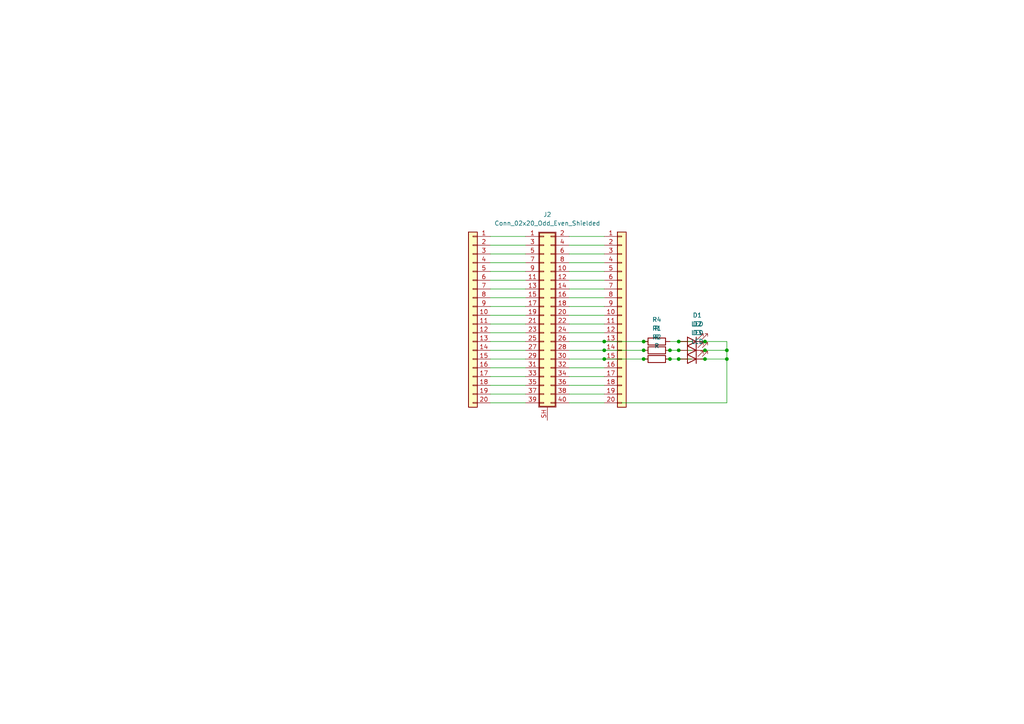
<source format=kicad_sch>
(kicad_sch (version 20230121) (generator eeschema)

  (uuid b0ae6fc7-ecb6-41bc-9685-f8f6fff6a52c)

  (paper "A4")

  (lib_symbols
    (symbol "Connector_Generic:Conn_01x20" (pin_names (offset 1.016) hide) (in_bom yes) (on_board yes)
      (property "Reference" "J" (at 0 25.4 0)
        (effects (font (size 1.27 1.27)))
      )
      (property "Value" "Conn_01x20" (at 0 -27.94 0)
        (effects (font (size 1.27 1.27)))
      )
      (property "Footprint" "" (at 0 0 0)
        (effects (font (size 1.27 1.27)) hide)
      )
      (property "Datasheet" "~" (at 0 0 0)
        (effects (font (size 1.27 1.27)) hide)
      )
      (property "ki_keywords" "connector" (at 0 0 0)
        (effects (font (size 1.27 1.27)) hide)
      )
      (property "ki_description" "Generic connector, single row, 01x20, script generated (kicad-library-utils/schlib/autogen/connector/)" (at 0 0 0)
        (effects (font (size 1.27 1.27)) hide)
      )
      (property "ki_fp_filters" "Connector*:*_1x??_*" (at 0 0 0)
        (effects (font (size 1.27 1.27)) hide)
      )
      (symbol "Conn_01x20_1_1"
        (rectangle (start -1.27 -25.273) (end 0 -25.527)
          (stroke (width 0.1524) (type default))
          (fill (type none))
        )
        (rectangle (start -1.27 -22.733) (end 0 -22.987)
          (stroke (width 0.1524) (type default))
          (fill (type none))
        )
        (rectangle (start -1.27 -20.193) (end 0 -20.447)
          (stroke (width 0.1524) (type default))
          (fill (type none))
        )
        (rectangle (start -1.27 -17.653) (end 0 -17.907)
          (stroke (width 0.1524) (type default))
          (fill (type none))
        )
        (rectangle (start -1.27 -15.113) (end 0 -15.367)
          (stroke (width 0.1524) (type default))
          (fill (type none))
        )
        (rectangle (start -1.27 -12.573) (end 0 -12.827)
          (stroke (width 0.1524) (type default))
          (fill (type none))
        )
        (rectangle (start -1.27 -10.033) (end 0 -10.287)
          (stroke (width 0.1524) (type default))
          (fill (type none))
        )
        (rectangle (start -1.27 -7.493) (end 0 -7.747)
          (stroke (width 0.1524) (type default))
          (fill (type none))
        )
        (rectangle (start -1.27 -4.953) (end 0 -5.207)
          (stroke (width 0.1524) (type default))
          (fill (type none))
        )
        (rectangle (start -1.27 -2.413) (end 0 -2.667)
          (stroke (width 0.1524) (type default))
          (fill (type none))
        )
        (rectangle (start -1.27 0.127) (end 0 -0.127)
          (stroke (width 0.1524) (type default))
          (fill (type none))
        )
        (rectangle (start -1.27 2.667) (end 0 2.413)
          (stroke (width 0.1524) (type default))
          (fill (type none))
        )
        (rectangle (start -1.27 5.207) (end 0 4.953)
          (stroke (width 0.1524) (type default))
          (fill (type none))
        )
        (rectangle (start -1.27 7.747) (end 0 7.493)
          (stroke (width 0.1524) (type default))
          (fill (type none))
        )
        (rectangle (start -1.27 10.287) (end 0 10.033)
          (stroke (width 0.1524) (type default))
          (fill (type none))
        )
        (rectangle (start -1.27 12.827) (end 0 12.573)
          (stroke (width 0.1524) (type default))
          (fill (type none))
        )
        (rectangle (start -1.27 15.367) (end 0 15.113)
          (stroke (width 0.1524) (type default))
          (fill (type none))
        )
        (rectangle (start -1.27 17.907) (end 0 17.653)
          (stroke (width 0.1524) (type default))
          (fill (type none))
        )
        (rectangle (start -1.27 20.447) (end 0 20.193)
          (stroke (width 0.1524) (type default))
          (fill (type none))
        )
        (rectangle (start -1.27 22.987) (end 0 22.733)
          (stroke (width 0.1524) (type default))
          (fill (type none))
        )
        (rectangle (start -1.27 24.13) (end 1.27 -26.67)
          (stroke (width 0.254) (type default))
          (fill (type background))
        )
        (pin passive line (at -5.08 22.86 0) (length 3.81)
          (name "Pin_1" (effects (font (size 1.27 1.27))))
          (number "1" (effects (font (size 1.27 1.27))))
        )
        (pin passive line (at -5.08 0 0) (length 3.81)
          (name "Pin_10" (effects (font (size 1.27 1.27))))
          (number "10" (effects (font (size 1.27 1.27))))
        )
        (pin passive line (at -5.08 -2.54 0) (length 3.81)
          (name "Pin_11" (effects (font (size 1.27 1.27))))
          (number "11" (effects (font (size 1.27 1.27))))
        )
        (pin passive line (at -5.08 -5.08 0) (length 3.81)
          (name "Pin_12" (effects (font (size 1.27 1.27))))
          (number "12" (effects (font (size 1.27 1.27))))
        )
        (pin passive line (at -5.08 -7.62 0) (length 3.81)
          (name "Pin_13" (effects (font (size 1.27 1.27))))
          (number "13" (effects (font (size 1.27 1.27))))
        )
        (pin passive line (at -5.08 -10.16 0) (length 3.81)
          (name "Pin_14" (effects (font (size 1.27 1.27))))
          (number "14" (effects (font (size 1.27 1.27))))
        )
        (pin passive line (at -5.08 -12.7 0) (length 3.81)
          (name "Pin_15" (effects (font (size 1.27 1.27))))
          (number "15" (effects (font (size 1.27 1.27))))
        )
        (pin passive line (at -5.08 -15.24 0) (length 3.81)
          (name "Pin_16" (effects (font (size 1.27 1.27))))
          (number "16" (effects (font (size 1.27 1.27))))
        )
        (pin passive line (at -5.08 -17.78 0) (length 3.81)
          (name "Pin_17" (effects (font (size 1.27 1.27))))
          (number "17" (effects (font (size 1.27 1.27))))
        )
        (pin passive line (at -5.08 -20.32 0) (length 3.81)
          (name "Pin_18" (effects (font (size 1.27 1.27))))
          (number "18" (effects (font (size 1.27 1.27))))
        )
        (pin passive line (at -5.08 -22.86 0) (length 3.81)
          (name "Pin_19" (effects (font (size 1.27 1.27))))
          (number "19" (effects (font (size 1.27 1.27))))
        )
        (pin passive line (at -5.08 20.32 0) (length 3.81)
          (name "Pin_2" (effects (font (size 1.27 1.27))))
          (number "2" (effects (font (size 1.27 1.27))))
        )
        (pin passive line (at -5.08 -25.4 0) (length 3.81)
          (name "Pin_20" (effects (font (size 1.27 1.27))))
          (number "20" (effects (font (size 1.27 1.27))))
        )
        (pin passive line (at -5.08 17.78 0) (length 3.81)
          (name "Pin_3" (effects (font (size 1.27 1.27))))
          (number "3" (effects (font (size 1.27 1.27))))
        )
        (pin passive line (at -5.08 15.24 0) (length 3.81)
          (name "Pin_4" (effects (font (size 1.27 1.27))))
          (number "4" (effects (font (size 1.27 1.27))))
        )
        (pin passive line (at -5.08 12.7 0) (length 3.81)
          (name "Pin_5" (effects (font (size 1.27 1.27))))
          (number "5" (effects (font (size 1.27 1.27))))
        )
        (pin passive line (at -5.08 10.16 0) (length 3.81)
          (name "Pin_6" (effects (font (size 1.27 1.27))))
          (number "6" (effects (font (size 1.27 1.27))))
        )
        (pin passive line (at -5.08 7.62 0) (length 3.81)
          (name "Pin_7" (effects (font (size 1.27 1.27))))
          (number "7" (effects (font (size 1.27 1.27))))
        )
        (pin passive line (at -5.08 5.08 0) (length 3.81)
          (name "Pin_8" (effects (font (size 1.27 1.27))))
          (number "8" (effects (font (size 1.27 1.27))))
        )
        (pin passive line (at -5.08 2.54 0) (length 3.81)
          (name "Pin_9" (effects (font (size 1.27 1.27))))
          (number "9" (effects (font (size 1.27 1.27))))
        )
      )
    )
    (symbol "Connector_Generic_Shielded:Conn_02x20_Odd_Even_Shielded" (pin_names (offset 1.016) hide) (in_bom yes) (on_board yes)
      (property "Reference" "J" (at 1.524 25.146 0)
        (effects (font (size 1.27 1.27)))
      )
      (property "Value" "Conn_02x20_Odd_Even_Shielded" (at 2.286 -27.686 0)
        (effects (font (size 1.27 1.27)) (justify left))
      )
      (property "Footprint" "" (at 0 0 0)
        (effects (font (size 1.27 1.27)) hide)
      )
      (property "Datasheet" "~" (at 0 0 0)
        (effects (font (size 1.27 1.27)) hide)
      )
      (property "ki_keywords" "connector" (at 0 0 0)
        (effects (font (size 1.27 1.27)) hide)
      )
      (property "ki_description" "Generic shielded connector, double row, 02x20, odd/even pin numbering scheme (row 1 odd numbers, row 2 even numbers), script generated (kicad-library-utils/schlib/autogen/connector/)" (at 0 0 0)
        (effects (font (size 1.27 1.27)) hide)
      )
      (property "ki_fp_filters" "Connector*:*_2x??-1SH*" (at 0 0 0)
        (effects (font (size 1.27 1.27)) hide)
      )
      (symbol "Conn_02x20_Odd_Even_Shielded_1_1"
        (rectangle (start -1.27 24.13) (end 3.81 -26.67)
          (stroke (width 0.1524) (type default))
          (fill (type none))
        )
        (rectangle (start -1.016 -25.273) (end 0.254 -25.527)
          (stroke (width 0.1524) (type default))
          (fill (type none))
        )
        (rectangle (start -1.016 -22.733) (end 0.254 -22.987)
          (stroke (width 0.1524) (type default))
          (fill (type none))
        )
        (rectangle (start -1.016 -20.193) (end 0.254 -20.447)
          (stroke (width 0.1524) (type default))
          (fill (type none))
        )
        (rectangle (start -1.016 -17.653) (end 0.254 -17.907)
          (stroke (width 0.1524) (type default))
          (fill (type none))
        )
        (rectangle (start -1.016 -15.113) (end 0.254 -15.367)
          (stroke (width 0.1524) (type default))
          (fill (type none))
        )
        (rectangle (start -1.016 -12.573) (end 0.254 -12.827)
          (stroke (width 0.1524) (type default))
          (fill (type none))
        )
        (rectangle (start -1.016 -10.033) (end 0.254 -10.287)
          (stroke (width 0.1524) (type default))
          (fill (type none))
        )
        (rectangle (start -1.016 -7.493) (end 0.254 -7.747)
          (stroke (width 0.1524) (type default))
          (fill (type none))
        )
        (rectangle (start -1.016 -4.953) (end 0.254 -5.207)
          (stroke (width 0.1524) (type default))
          (fill (type none))
        )
        (rectangle (start -1.016 -2.413) (end 0.254 -2.667)
          (stroke (width 0.1524) (type default))
          (fill (type none))
        )
        (rectangle (start -1.016 0.127) (end 0.254 -0.127)
          (stroke (width 0.1524) (type default))
          (fill (type none))
        )
        (rectangle (start -1.016 2.667) (end 0.254 2.413)
          (stroke (width 0.1524) (type default))
          (fill (type none))
        )
        (rectangle (start -1.016 5.207) (end 0.254 4.953)
          (stroke (width 0.1524) (type default))
          (fill (type none))
        )
        (rectangle (start -1.016 7.747) (end 0.254 7.493)
          (stroke (width 0.1524) (type default))
          (fill (type none))
        )
        (rectangle (start -1.016 10.287) (end 0.254 10.033)
          (stroke (width 0.1524) (type default))
          (fill (type none))
        )
        (rectangle (start -1.016 12.827) (end 0.254 12.573)
          (stroke (width 0.1524) (type default))
          (fill (type none))
        )
        (rectangle (start -1.016 15.367) (end 0.254 15.113)
          (stroke (width 0.1524) (type default))
          (fill (type none))
        )
        (rectangle (start -1.016 17.907) (end 0.254 17.653)
          (stroke (width 0.1524) (type default))
          (fill (type none))
        )
        (rectangle (start -1.016 20.447) (end 0.254 20.193)
          (stroke (width 0.1524) (type default))
          (fill (type none))
        )
        (rectangle (start -1.016 22.987) (end 0.254 22.733)
          (stroke (width 0.1524) (type default))
          (fill (type none))
        )
        (rectangle (start -1.016 23.876) (end 3.556 -26.416)
          (stroke (width 0.254) (type default))
          (fill (type background))
        )
        (rectangle (start 3.556 -25.273) (end 2.286 -25.527)
          (stroke (width 0.1524) (type default))
          (fill (type none))
        )
        (rectangle (start 3.556 -22.733) (end 2.286 -22.987)
          (stroke (width 0.1524) (type default))
          (fill (type none))
        )
        (rectangle (start 3.556 -20.193) (end 2.286 -20.447)
          (stroke (width 0.1524) (type default))
          (fill (type none))
        )
        (rectangle (start 3.556 -17.653) (end 2.286 -17.907)
          (stroke (width 0.1524) (type default))
          (fill (type none))
        )
        (rectangle (start 3.556 -15.113) (end 2.286 -15.367)
          (stroke (width 0.1524) (type default))
          (fill (type none))
        )
        (rectangle (start 3.556 -12.573) (end 2.286 -12.827)
          (stroke (width 0.1524) (type default))
          (fill (type none))
        )
        (rectangle (start 3.556 -10.033) (end 2.286 -10.287)
          (stroke (width 0.1524) (type default))
          (fill (type none))
        )
        (rectangle (start 3.556 -7.493) (end 2.286 -7.747)
          (stroke (width 0.1524) (type default))
          (fill (type none))
        )
        (rectangle (start 3.556 -4.953) (end 2.286 -5.207)
          (stroke (width 0.1524) (type default))
          (fill (type none))
        )
        (rectangle (start 3.556 -2.413) (end 2.286 -2.667)
          (stroke (width 0.1524) (type default))
          (fill (type none))
        )
        (rectangle (start 3.556 0.127) (end 2.286 -0.127)
          (stroke (width 0.1524) (type default))
          (fill (type none))
        )
        (rectangle (start 3.556 2.667) (end 2.286 2.413)
          (stroke (width 0.1524) (type default))
          (fill (type none))
        )
        (rectangle (start 3.556 5.207) (end 2.286 4.953)
          (stroke (width 0.1524) (type default))
          (fill (type none))
        )
        (rectangle (start 3.556 7.747) (end 2.286 7.493)
          (stroke (width 0.1524) (type default))
          (fill (type none))
        )
        (rectangle (start 3.556 10.287) (end 2.286 10.033)
          (stroke (width 0.1524) (type default))
          (fill (type none))
        )
        (rectangle (start 3.556 12.827) (end 2.286 12.573)
          (stroke (width 0.1524) (type default))
          (fill (type none))
        )
        (rectangle (start 3.556 15.367) (end 2.286 15.113)
          (stroke (width 0.1524) (type default))
          (fill (type none))
        )
        (rectangle (start 3.556 17.907) (end 2.286 17.653)
          (stroke (width 0.1524) (type default))
          (fill (type none))
        )
        (rectangle (start 3.556 20.447) (end 2.286 20.193)
          (stroke (width 0.1524) (type default))
          (fill (type none))
        )
        (rectangle (start 3.556 22.987) (end 2.286 22.733)
          (stroke (width 0.1524) (type default))
          (fill (type none))
        )
        (pin passive line (at -5.08 22.86 0) (length 4.064)
          (name "Pin_1" (effects (font (size 1.27 1.27))))
          (number "1" (effects (font (size 1.27 1.27))))
        )
        (pin passive line (at 7.62 12.7 180) (length 4.064)
          (name "Pin_10" (effects (font (size 1.27 1.27))))
          (number "10" (effects (font (size 1.27 1.27))))
        )
        (pin passive line (at -5.08 10.16 0) (length 4.064)
          (name "Pin_11" (effects (font (size 1.27 1.27))))
          (number "11" (effects (font (size 1.27 1.27))))
        )
        (pin passive line (at 7.62 10.16 180) (length 4.064)
          (name "Pin_12" (effects (font (size 1.27 1.27))))
          (number "12" (effects (font (size 1.27 1.27))))
        )
        (pin passive line (at -5.08 7.62 0) (length 4.064)
          (name "Pin_13" (effects (font (size 1.27 1.27))))
          (number "13" (effects (font (size 1.27 1.27))))
        )
        (pin passive line (at 7.62 7.62 180) (length 4.064)
          (name "Pin_14" (effects (font (size 1.27 1.27))))
          (number "14" (effects (font (size 1.27 1.27))))
        )
        (pin passive line (at -5.08 5.08 0) (length 4.064)
          (name "Pin_15" (effects (font (size 1.27 1.27))))
          (number "15" (effects (font (size 1.27 1.27))))
        )
        (pin passive line (at 7.62 5.08 180) (length 4.064)
          (name "Pin_16" (effects (font (size 1.27 1.27))))
          (number "16" (effects (font (size 1.27 1.27))))
        )
        (pin passive line (at -5.08 2.54 0) (length 4.064)
          (name "Pin_17" (effects (font (size 1.27 1.27))))
          (number "17" (effects (font (size 1.27 1.27))))
        )
        (pin passive line (at 7.62 2.54 180) (length 4.064)
          (name "Pin_18" (effects (font (size 1.27 1.27))))
          (number "18" (effects (font (size 1.27 1.27))))
        )
        (pin passive line (at -5.08 0 0) (length 4.064)
          (name "Pin_19" (effects (font (size 1.27 1.27))))
          (number "19" (effects (font (size 1.27 1.27))))
        )
        (pin passive line (at 7.62 22.86 180) (length 4.064)
          (name "Pin_2" (effects (font (size 1.27 1.27))))
          (number "2" (effects (font (size 1.27 1.27))))
        )
        (pin passive line (at 7.62 0 180) (length 4.064)
          (name "Pin_20" (effects (font (size 1.27 1.27))))
          (number "20" (effects (font (size 1.27 1.27))))
        )
        (pin passive line (at -5.08 -2.54 0) (length 4.064)
          (name "Pin_21" (effects (font (size 1.27 1.27))))
          (number "21" (effects (font (size 1.27 1.27))))
        )
        (pin passive line (at 7.62 -2.54 180) (length 4.064)
          (name "Pin_22" (effects (font (size 1.27 1.27))))
          (number "22" (effects (font (size 1.27 1.27))))
        )
        (pin passive line (at -5.08 -5.08 0) (length 4.064)
          (name "Pin_23" (effects (font (size 1.27 1.27))))
          (number "23" (effects (font (size 1.27 1.27))))
        )
        (pin passive line (at 7.62 -5.08 180) (length 4.064)
          (name "Pin_24" (effects (font (size 1.27 1.27))))
          (number "24" (effects (font (size 1.27 1.27))))
        )
        (pin passive line (at -5.08 -7.62 0) (length 4.064)
          (name "Pin_25" (effects (font (size 1.27 1.27))))
          (number "25" (effects (font (size 1.27 1.27))))
        )
        (pin passive line (at 7.62 -7.62 180) (length 4.064)
          (name "Pin_26" (effects (font (size 1.27 1.27))))
          (number "26" (effects (font (size 1.27 1.27))))
        )
        (pin passive line (at -5.08 -10.16 0) (length 4.064)
          (name "Pin_27" (effects (font (size 1.27 1.27))))
          (number "27" (effects (font (size 1.27 1.27))))
        )
        (pin passive line (at 7.62 -10.16 180) (length 4.064)
          (name "Pin_28" (effects (font (size 1.27 1.27))))
          (number "28" (effects (font (size 1.27 1.27))))
        )
        (pin passive line (at -5.08 -12.7 0) (length 4.064)
          (name "Pin_29" (effects (font (size 1.27 1.27))))
          (number "29" (effects (font (size 1.27 1.27))))
        )
        (pin passive line (at -5.08 20.32 0) (length 4.064)
          (name "Pin_3" (effects (font (size 1.27 1.27))))
          (number "3" (effects (font (size 1.27 1.27))))
        )
        (pin passive line (at 7.62 -12.7 180) (length 4.064)
          (name "Pin_30" (effects (font (size 1.27 1.27))))
          (number "30" (effects (font (size 1.27 1.27))))
        )
        (pin passive line (at -5.08 -15.24 0) (length 4.064)
          (name "Pin_31" (effects (font (size 1.27 1.27))))
          (number "31" (effects (font (size 1.27 1.27))))
        )
        (pin passive line (at 7.62 -15.24 180) (length 4.064)
          (name "Pin_32" (effects (font (size 1.27 1.27))))
          (number "32" (effects (font (size 1.27 1.27))))
        )
        (pin passive line (at -5.08 -17.78 0) (length 4.064)
          (name "Pin_33" (effects (font (size 1.27 1.27))))
          (number "33" (effects (font (size 1.27 1.27))))
        )
        (pin passive line (at 7.62 -17.78 180) (length 4.064)
          (name "Pin_34" (effects (font (size 1.27 1.27))))
          (number "34" (effects (font (size 1.27 1.27))))
        )
        (pin passive line (at -5.08 -20.32 0) (length 4.064)
          (name "Pin_35" (effects (font (size 1.27 1.27))))
          (number "35" (effects (font (size 1.27 1.27))))
        )
        (pin passive line (at 7.62 -20.32 180) (length 4.064)
          (name "Pin_36" (effects (font (size 1.27 1.27))))
          (number "36" (effects (font (size 1.27 1.27))))
        )
        (pin passive line (at -5.08 -22.86 0) (length 4.064)
          (name "Pin_37" (effects (font (size 1.27 1.27))))
          (number "37" (effects (font (size 1.27 1.27))))
        )
        (pin passive line (at 7.62 -22.86 180) (length 4.064)
          (name "Pin_38" (effects (font (size 1.27 1.27))))
          (number "38" (effects (font (size 1.27 1.27))))
        )
        (pin passive line (at -5.08 -25.4 0) (length 4.064)
          (name "Pin_39" (effects (font (size 1.27 1.27))))
          (number "39" (effects (font (size 1.27 1.27))))
        )
        (pin passive line (at 7.62 20.32 180) (length 4.064)
          (name "Pin_4" (effects (font (size 1.27 1.27))))
          (number "4" (effects (font (size 1.27 1.27))))
        )
        (pin passive line (at 7.62 -25.4 180) (length 4.064)
          (name "Pin_40" (effects (font (size 1.27 1.27))))
          (number "40" (effects (font (size 1.27 1.27))))
        )
        (pin passive line (at -5.08 17.78 0) (length 4.064)
          (name "Pin_5" (effects (font (size 1.27 1.27))))
          (number "5" (effects (font (size 1.27 1.27))))
        )
        (pin passive line (at 7.62 17.78 180) (length 4.064)
          (name "Pin_6" (effects (font (size 1.27 1.27))))
          (number "6" (effects (font (size 1.27 1.27))))
        )
        (pin passive line (at -5.08 15.24 0) (length 4.064)
          (name "Pin_7" (effects (font (size 1.27 1.27))))
          (number "7" (effects (font (size 1.27 1.27))))
        )
        (pin passive line (at 7.62 15.24 180) (length 4.064)
          (name "Pin_8" (effects (font (size 1.27 1.27))))
          (number "8" (effects (font (size 1.27 1.27))))
        )
        (pin passive line (at -5.08 12.7 0) (length 4.064)
          (name "Pin_9" (effects (font (size 1.27 1.27))))
          (number "9" (effects (font (size 1.27 1.27))))
        )
        (pin passive line (at 1.27 -30.48 90) (length 3.81)
          (name "Shield" (effects (font (size 1.27 1.27))))
          (number "SH" (effects (font (size 1.27 1.27))))
        )
      )
    )
    (symbol "Device:LED" (pin_numbers hide) (pin_names (offset 1.016) hide) (in_bom yes) (on_board yes)
      (property "Reference" "D" (at 0 2.54 0)
        (effects (font (size 1.27 1.27)))
      )
      (property "Value" "LED" (at 0 -2.54 0)
        (effects (font (size 1.27 1.27)))
      )
      (property "Footprint" "" (at 0 0 0)
        (effects (font (size 1.27 1.27)) hide)
      )
      (property "Datasheet" "~" (at 0 0 0)
        (effects (font (size 1.27 1.27)) hide)
      )
      (property "ki_keywords" "LED diode" (at 0 0 0)
        (effects (font (size 1.27 1.27)) hide)
      )
      (property "ki_description" "Light emitting diode" (at 0 0 0)
        (effects (font (size 1.27 1.27)) hide)
      )
      (property "ki_fp_filters" "LED* LED_SMD:* LED_THT:*" (at 0 0 0)
        (effects (font (size 1.27 1.27)) hide)
      )
      (symbol "LED_0_1"
        (polyline
          (pts
            (xy -1.27 -1.27)
            (xy -1.27 1.27)
          )
          (stroke (width 0.254) (type default))
          (fill (type none))
        )
        (polyline
          (pts
            (xy -1.27 0)
            (xy 1.27 0)
          )
          (stroke (width 0) (type default))
          (fill (type none))
        )
        (polyline
          (pts
            (xy 1.27 -1.27)
            (xy 1.27 1.27)
            (xy -1.27 0)
            (xy 1.27 -1.27)
          )
          (stroke (width 0.254) (type default))
          (fill (type none))
        )
        (polyline
          (pts
            (xy -3.048 -0.762)
            (xy -4.572 -2.286)
            (xy -3.81 -2.286)
            (xy -4.572 -2.286)
            (xy -4.572 -1.524)
          )
          (stroke (width 0) (type default))
          (fill (type none))
        )
        (polyline
          (pts
            (xy -1.778 -0.762)
            (xy -3.302 -2.286)
            (xy -2.54 -2.286)
            (xy -3.302 -2.286)
            (xy -3.302 -1.524)
          )
          (stroke (width 0) (type default))
          (fill (type none))
        )
      )
      (symbol "LED_1_1"
        (pin passive line (at -3.81 0 0) (length 2.54)
          (name "K" (effects (font (size 1.27 1.27))))
          (number "1" (effects (font (size 1.27 1.27))))
        )
        (pin passive line (at 3.81 0 180) (length 2.54)
          (name "A" (effects (font (size 1.27 1.27))))
          (number "2" (effects (font (size 1.27 1.27))))
        )
      )
    )
    (symbol "Device:R" (pin_numbers hide) (pin_names (offset 0)) (in_bom yes) (on_board yes)
      (property "Reference" "R" (at 2.032 0 90)
        (effects (font (size 1.27 1.27)))
      )
      (property "Value" "R" (at 0 0 90)
        (effects (font (size 1.27 1.27)))
      )
      (property "Footprint" "" (at -1.778 0 90)
        (effects (font (size 1.27 1.27)) hide)
      )
      (property "Datasheet" "~" (at 0 0 0)
        (effects (font (size 1.27 1.27)) hide)
      )
      (property "ki_keywords" "R res resistor" (at 0 0 0)
        (effects (font (size 1.27 1.27)) hide)
      )
      (property "ki_description" "Resistor" (at 0 0 0)
        (effects (font (size 1.27 1.27)) hide)
      )
      (property "ki_fp_filters" "R_*" (at 0 0 0)
        (effects (font (size 1.27 1.27)) hide)
      )
      (symbol "R_0_1"
        (rectangle (start -1.016 -2.54) (end 1.016 2.54)
          (stroke (width 0.254) (type default))
          (fill (type none))
        )
      )
      (symbol "R_1_1"
        (pin passive line (at 0 3.81 270) (length 1.27)
          (name "~" (effects (font (size 1.27 1.27))))
          (number "1" (effects (font (size 1.27 1.27))))
        )
        (pin passive line (at 0 -3.81 90) (length 1.27)
          (name "~" (effects (font (size 1.27 1.27))))
          (number "2" (effects (font (size 1.27 1.27))))
        )
      )
    )
  )

  (junction (at 194.31 104.14) (diameter 0) (color 0 0 0 0)
    (uuid 17c8a6fa-e329-4eea-ab0d-b52f392f0682)
  )
  (junction (at 204.47 101.6) (diameter 0) (color 0 0 0 0)
    (uuid 29821817-3390-4e5c-91fe-35016f31fdd1)
  )
  (junction (at 175.26 101.6) (diameter 0) (color 0 0 0 0)
    (uuid 2bbfa3eb-9bf6-4074-ade6-fcc6a31c9724)
  )
  (junction (at 196.85 101.6) (diameter 0) (color 0 0 0 0)
    (uuid 2c1f4a96-ec0a-461c-8c28-3f9e8234897c)
  )
  (junction (at 194.31 101.6) (diameter 0) (color 0 0 0 0)
    (uuid 35e51aa3-de41-417e-a6f6-e19a353f8d70)
  )
  (junction (at 204.47 104.14) (diameter 0) (color 0 0 0 0)
    (uuid 6e8d86ee-09eb-4b56-a14e-34b2e7eaa79e)
  )
  (junction (at 204.47 99.06) (diameter 0) (color 0 0 0 0)
    (uuid 81ab8b2f-4c31-491a-a76a-e0cc0dd3be06)
  )
  (junction (at 175.26 99.06) (diameter 0) (color 0 0 0 0)
    (uuid 906c5fed-9506-4760-813d-492b55c90d22)
  )
  (junction (at 186.69 99.06) (diameter 0) (color 0 0 0 0)
    (uuid 990f2cb6-d252-4c96-80fa-1568a4ce7e5d)
  )
  (junction (at 196.85 99.06) (diameter 0) (color 0 0 0 0)
    (uuid a01c60d0-a9ae-4d9d-a6f6-d92056d38801)
  )
  (junction (at 175.26 104.14) (diameter 0) (color 0 0 0 0)
    (uuid acd123f5-0529-4fb6-a076-e969a7f5777d)
  )
  (junction (at 186.69 101.6) (diameter 0) (color 0 0 0 0)
    (uuid b4e6dba0-3ce7-40ce-a399-63d838ce5bf1)
  )
  (junction (at 196.85 104.14) (diameter 0) (color 0 0 0 0)
    (uuid d7fe6e08-15cd-4afc-b478-47f03c101655)
  )
  (junction (at 210.82 104.14) (diameter 0) (color 0 0 0 0)
    (uuid de470ff6-06d3-4fa3-bd95-1cb5cafa6416)
  )
  (junction (at 210.82 101.6) (diameter 0) (color 0 0 0 0)
    (uuid e2a83243-2a5b-40c2-9455-f96d69759d99)
  )
  (junction (at 186.69 104.14) (diameter 0) (color 0 0 0 0)
    (uuid f8e48317-ec71-4f7a-8651-31126cb4c1b0)
  )

  (wire (pts (xy 142.24 86.36) (xy 152.4 86.36))
    (stroke (width 0) (type default))
    (uuid 0b07cb9c-8f36-4198-92c7-bb08a80c2c88)
  )
  (wire (pts (xy 165.1 109.22) (xy 175.26 109.22))
    (stroke (width 0) (type default))
    (uuid 147fa623-4e91-4ac1-a4cb-85903fb6eb45)
  )
  (wire (pts (xy 165.1 91.44) (xy 175.26 91.44))
    (stroke (width 0) (type default))
    (uuid 1cd5138c-82a8-47e9-b27e-ca1b0d073b4b)
  )
  (wire (pts (xy 142.24 109.22) (xy 152.4 109.22))
    (stroke (width 0) (type default))
    (uuid 1d1ba2a7-c48c-49b6-b414-f4be396decb8)
  )
  (wire (pts (xy 165.1 114.3) (xy 175.26 114.3))
    (stroke (width 0) (type default))
    (uuid 231b8f27-95b2-4164-86d3-62ff0607fabb)
  )
  (wire (pts (xy 142.24 71.12) (xy 152.4 71.12))
    (stroke (width 0) (type default))
    (uuid 24743912-fb1c-4b92-8d2c-461b61cbeb4e)
  )
  (wire (pts (xy 165.1 86.36) (xy 175.26 86.36))
    (stroke (width 0) (type default))
    (uuid 25538d7a-6034-4024-bb87-441f9237cab4)
  )
  (wire (pts (xy 165.1 111.76) (xy 175.26 111.76))
    (stroke (width 0) (type default))
    (uuid 2d68e048-534f-456d-a44e-c6d76c88475f)
  )
  (wire (pts (xy 165.1 81.28) (xy 175.26 81.28))
    (stroke (width 0) (type default))
    (uuid 331d2826-ee48-48b7-9cec-08b10b31bb03)
  )
  (wire (pts (xy 203.2 104.14) (xy 204.47 104.14))
    (stroke (width 0) (type default))
    (uuid 3c654b9d-5996-4415-abc8-8d1169367b61)
  )
  (wire (pts (xy 204.47 104.14) (xy 210.82 104.14))
    (stroke (width 0) (type default))
    (uuid 412ba729-5817-48ce-a5f0-9fb016ea3fa2)
  )
  (wire (pts (xy 142.24 99.06) (xy 152.4 99.06))
    (stroke (width 0) (type default))
    (uuid 43371ac0-4953-4d75-8bd9-6586fb3b6cd4)
  )
  (wire (pts (xy 203.2 101.6) (xy 204.47 101.6))
    (stroke (width 0) (type default))
    (uuid 48447249-57fc-4e50-abc0-cf823330831d)
  )
  (wire (pts (xy 210.82 101.6) (xy 210.82 104.14))
    (stroke (width 0) (type default))
    (uuid 495aacc6-9b22-479f-b50b-73af650f8565)
  )
  (wire (pts (xy 180.34 116.84) (xy 210.82 116.84))
    (stroke (width 0) (type default))
    (uuid 4c8be45a-0f53-4acf-bd99-8e0cf5c36db6)
  )
  (wire (pts (xy 194.31 99.06) (xy 196.85 99.06))
    (stroke (width 0) (type default))
    (uuid 536b3900-d25c-47c9-8a4e-c9af9d9ab33f)
  )
  (wire (pts (xy 194.31 101.6) (xy 196.85 101.6))
    (stroke (width 0) (type default))
    (uuid 59d4e608-de9a-4fa4-a2c7-b789b39bf52f)
  )
  (wire (pts (xy 142.24 81.28) (xy 152.4 81.28))
    (stroke (width 0) (type default))
    (uuid 5ef554c5-46f6-4557-81bc-3f139a0a2a42)
  )
  (wire (pts (xy 204.47 99.06) (xy 210.82 99.06))
    (stroke (width 0) (type default))
    (uuid 6290c0d1-7b78-4f63-824d-0b5c4b44723d)
  )
  (wire (pts (xy 175.26 101.6) (xy 186.69 101.6))
    (stroke (width 0) (type default))
    (uuid 63aa2cb6-cbe0-4fef-bc83-8ff4d55a1d65)
  )
  (wire (pts (xy 165.1 78.74) (xy 175.26 78.74))
    (stroke (width 0) (type default))
    (uuid 65df3062-ee5c-4ed6-90b4-0a59fa655112)
  )
  (wire (pts (xy 196.85 99.06) (xy 200.66 99.06))
    (stroke (width 0) (type default))
    (uuid 66887b4c-9125-4802-b606-72fbf4e69747)
  )
  (wire (pts (xy 165.1 116.84) (xy 175.26 116.84))
    (stroke (width 0) (type default))
    (uuid 6ef53bd4-1cec-4d8f-bf65-c20af08fb17b)
  )
  (wire (pts (xy 165.1 93.98) (xy 175.26 93.98))
    (stroke (width 0) (type default))
    (uuid 70070496-6d74-4566-99d9-f0e62fd71f89)
  )
  (wire (pts (xy 142.24 93.98) (xy 152.4 93.98))
    (stroke (width 0) (type default))
    (uuid 70ad5434-e2f3-4d59-8cc6-ffb7dbdf681f)
  )
  (wire (pts (xy 165.1 68.58) (xy 175.26 68.58))
    (stroke (width 0) (type default))
    (uuid 7140400b-3c94-4444-84d4-93630a839f7c)
  )
  (wire (pts (xy 165.1 101.6) (xy 175.26 101.6))
    (stroke (width 0) (type default))
    (uuid 74853347-7429-43d0-a9c1-c2e84dcd8da3)
  )
  (wire (pts (xy 142.24 68.58) (xy 152.4 68.58))
    (stroke (width 0) (type default))
    (uuid 7e3c9305-16eb-413a-95ca-57b22c7f4f7f)
  )
  (wire (pts (xy 175.26 104.14) (xy 186.69 104.14))
    (stroke (width 0) (type default))
    (uuid 7ee6f45d-5ee7-4d08-bcb0-1a7cfe255ca9)
  )
  (wire (pts (xy 175.26 99.06) (xy 186.69 99.06))
    (stroke (width 0) (type default))
    (uuid 80291484-f565-43e6-a47a-255f05b5a4c5)
  )
  (wire (pts (xy 142.24 91.44) (xy 152.4 91.44))
    (stroke (width 0) (type default))
    (uuid 83d71b42-b07f-45d5-a02a-ee524864cccd)
  )
  (wire (pts (xy 196.85 104.14) (xy 200.66 104.14))
    (stroke (width 0) (type default))
    (uuid 877cc41c-668b-47f7-9678-4dd01a4ab228)
  )
  (wire (pts (xy 165.1 99.06) (xy 175.26 99.06))
    (stroke (width 0) (type default))
    (uuid 892478c4-aaaf-4e40-be7e-1f204490bff3)
  )
  (wire (pts (xy 142.24 76.2) (xy 152.4 76.2))
    (stroke (width 0) (type default))
    (uuid 899df0cf-fbd0-4d0f-bbde-9e12333c6c86)
  )
  (wire (pts (xy 196.85 101.6) (xy 200.66 101.6))
    (stroke (width 0) (type default))
    (uuid 8a49eae6-f7db-41f4-a0c7-cba5ea821259)
  )
  (wire (pts (xy 203.2 99.06) (xy 204.47 99.06))
    (stroke (width 0) (type default))
    (uuid 8d55a4bf-95dd-4f40-b4b0-a95a38af9139)
  )
  (wire (pts (xy 165.1 104.14) (xy 175.26 104.14))
    (stroke (width 0) (type default))
    (uuid 8fbbe37c-b77d-4fa0-a933-0d57799d2074)
  )
  (wire (pts (xy 193.04 104.14) (xy 194.31 104.14))
    (stroke (width 0) (type default))
    (uuid 9076a7e0-2365-4e55-947f-ad4b789eff94)
  )
  (wire (pts (xy 142.24 83.82) (xy 152.4 83.82))
    (stroke (width 0) (type default))
    (uuid 90aa415d-35cb-448c-9b55-bfd94dceac5c)
  )
  (wire (pts (xy 165.1 88.9) (xy 175.26 88.9))
    (stroke (width 0) (type default))
    (uuid 92fbf0e5-26ba-4c36-8bf2-471643892509)
  )
  (wire (pts (xy 142.24 104.14) (xy 152.4 104.14))
    (stroke (width 0) (type default))
    (uuid a29821a3-8700-4905-b8b0-4c8b02262f9e)
  )
  (wire (pts (xy 142.24 101.6) (xy 152.4 101.6))
    (stroke (width 0) (type default))
    (uuid a4809684-b2d7-46cc-aa6c-3ab0d00e21ad)
  )
  (wire (pts (xy 186.69 104.14) (xy 187.96 104.14))
    (stroke (width 0) (type default))
    (uuid a96ab3f6-cf72-4cd6-851c-d3fd588b18cd)
  )
  (wire (pts (xy 210.82 99.06) (xy 210.82 101.6))
    (stroke (width 0) (type default))
    (uuid a97331f1-fefe-46ba-884e-91ff129087f5)
  )
  (wire (pts (xy 193.04 101.6) (xy 194.31 101.6))
    (stroke (width 0) (type default))
    (uuid aca0c5ed-f326-41c8-bbfa-0c7743260c81)
  )
  (wire (pts (xy 165.1 73.66) (xy 175.26 73.66))
    (stroke (width 0) (type default))
    (uuid b08ffb24-432c-4f39-8ac2-7322fc4fd055)
  )
  (wire (pts (xy 165.1 76.2) (xy 175.26 76.2))
    (stroke (width 0) (type default))
    (uuid b14002b9-7975-40c6-8f50-11b25343f782)
  )
  (wire (pts (xy 142.24 106.68) (xy 152.4 106.68))
    (stroke (width 0) (type default))
    (uuid b4c21234-0418-44d3-97a9-453410f82200)
  )
  (wire (pts (xy 142.24 114.3) (xy 152.4 114.3))
    (stroke (width 0) (type default))
    (uuid b51df854-fb72-4e35-b5d0-1dda5b10bd62)
  )
  (wire (pts (xy 210.82 104.14) (xy 210.82 116.84))
    (stroke (width 0) (type default))
    (uuid bbabc5f9-a88a-41ee-b80c-6c463262e257)
  )
  (wire (pts (xy 194.31 104.14) (xy 196.85 104.14))
    (stroke (width 0) (type default))
    (uuid bf7f9d8d-5b16-4c4b-a4bb-1e15d956d8f9)
  )
  (wire (pts (xy 142.24 73.66) (xy 152.4 73.66))
    (stroke (width 0) (type default))
    (uuid c0b39d34-def0-461b-b5dd-83692ecb0505)
  )
  (wire (pts (xy 186.69 99.06) (xy 187.96 99.06))
    (stroke (width 0) (type default))
    (uuid c3dc1430-7cb2-42ad-86bb-bf5a25374f88)
  )
  (wire (pts (xy 142.24 78.74) (xy 152.4 78.74))
    (stroke (width 0) (type default))
    (uuid c8a5becd-cf78-4652-9819-42eb0db44e11)
  )
  (wire (pts (xy 186.69 101.6) (xy 187.96 101.6))
    (stroke (width 0) (type default))
    (uuid c9d5da48-06f2-44f8-b486-4c0795b617b0)
  )
  (wire (pts (xy 142.24 88.9) (xy 152.4 88.9))
    (stroke (width 0) (type default))
    (uuid d18d567a-9767-408e-9e3c-759e9bb0df4e)
  )
  (wire (pts (xy 165.1 71.12) (xy 175.26 71.12))
    (stroke (width 0) (type default))
    (uuid deef9b05-4795-42b4-9872-d7be633a49cf)
  )
  (wire (pts (xy 165.1 96.52) (xy 175.26 96.52))
    (stroke (width 0) (type default))
    (uuid e8958752-64db-466b-b65c-37af02e58cd4)
  )
  (wire (pts (xy 204.47 101.6) (xy 210.82 101.6))
    (stroke (width 0) (type default))
    (uuid eca362fd-8e7d-4342-bc60-8a9d963d18c6)
  )
  (wire (pts (xy 142.24 96.52) (xy 152.4 96.52))
    (stroke (width 0) (type default))
    (uuid f146ffaf-eeb6-4320-8c09-c273374d1288)
  )
  (wire (pts (xy 142.24 116.84) (xy 152.4 116.84))
    (stroke (width 0) (type default))
    (uuid f61f21b4-0dc8-4a2a-95fc-3a506896230c)
  )
  (wire (pts (xy 165.1 106.68) (xy 175.26 106.68))
    (stroke (width 0) (type default))
    (uuid f6d6d4aa-b2f8-4a9d-9aa8-dc3fe4f74295)
  )
  (wire (pts (xy 142.24 111.76) (xy 152.4 111.76))
    (stroke (width 0) (type default))
    (uuid f73823b6-d9ff-4e38-9ffb-e9596f8d0db3)
  )
  (wire (pts (xy 165.1 83.82) (xy 175.26 83.82))
    (stroke (width 0) (type default))
    (uuid fb4870ee-fb6b-499b-a143-1aa2db801d8f)
  )

  (symbol (lib_id "Device:LED") (at 200.66 99.06 180) (unit 1)
    (in_bom yes) (on_board yes) (dnp no) (fields_autoplaced)
    (uuid 12d1439f-969d-404f-9c90-ac894a45d66b)
    (property "Reference" "D1" (at 202.2475 91.44 0)
      (effects (font (size 1.27 1.27)))
    )
    (property "Value" "LED" (at 202.2475 93.98 0)
      (effects (font (size 1.27 1.27)))
    )
    (property "Footprint" "!Goody:LED_D3.0mm" (at 200.66 99.06 0)
      (effects (font (size 1.27 1.27)) hide)
    )
    (property "Datasheet" "~" (at 200.66 99.06 0)
      (effects (font (size 1.27 1.27)) hide)
    )
    (pin "1" (uuid 312361ea-cf81-4b96-b8ad-551530bc348c))
    (pin "2" (uuid 13484420-8c12-493c-88a3-53ac811ddcea))
    (instances
      (project "Raspi"
        (path "/b0ae6fc7-ecb6-41bc-9685-f8f6fff6a52c"
          (reference "D1") (unit 1)
        )
      )
    )
  )

  (symbol (lib_id "Connector_Generic_Shielded:Conn_02x20_Odd_Even_Shielded") (at 157.48 91.44 0) (unit 1)
    (in_bom yes) (on_board yes) (dnp no) (fields_autoplaced)
    (uuid 1faf355e-63db-42d2-af1a-5eb91dae6e68)
    (property "Reference" "J2" (at 158.75 62.23 0)
      (effects (font (size 1.27 1.27)))
    )
    (property "Value" "Conn_02x20_Odd_Even_Shielded" (at 158.75 64.77 0)
      (effects (font (size 1.27 1.27)))
    )
    (property "Footprint" "Connector_PinSocket_2.54mm:PinSocket_2x20_P2.54mm_Vertical" (at 157.48 91.44 0)
      (effects (font (size 1.27 1.27)) hide)
    )
    (property "Datasheet" "~" (at 157.48 91.44 0)
      (effects (font (size 1.27 1.27)) hide)
    )
    (pin "1" (uuid e1327af3-57fe-4df6-9b59-c6e109d33ae2))
    (pin "10" (uuid 2711ad92-25e5-4480-84ff-261dd88c9d81))
    (pin "11" (uuid 60965a37-4e22-4118-ad35-0701a480649e))
    (pin "12" (uuid 1829e003-0e29-4c67-b164-c31c22d3b552))
    (pin "13" (uuid 5075bfee-af67-4866-b798-e3b0bb45a919))
    (pin "14" (uuid 1fc2d0c2-8ed3-4e98-87f0-8c32c63d0bc7))
    (pin "15" (uuid 957fefa7-887b-46e6-9645-061316124093))
    (pin "16" (uuid 400d8ccf-84f7-40ad-9e63-07eb9d8705b6))
    (pin "17" (uuid 84b853b4-21b5-412c-b821-5665c6e5234f))
    (pin "18" (uuid 14c96ad4-f1ce-41fe-84ce-b60737d177b3))
    (pin "19" (uuid 366010e6-5846-42e5-8304-671f52a2c22d))
    (pin "2" (uuid 3df14e6b-aa3c-4422-ba80-23dd6b9e4f57))
    (pin "20" (uuid e7b863cb-9b7e-4f73-8d39-351d6e53f9cf))
    (pin "21" (uuid 738ed1ff-6637-4517-a480-bbd3494c223d))
    (pin "22" (uuid 8cfc41ac-adf8-4709-ab6d-2c4ede9122ec))
    (pin "23" (uuid 81ae5314-1fcb-458f-95af-68d9359f19d6))
    (pin "24" (uuid f45a9a03-95a1-48fa-aae8-82b37dc00ff9))
    (pin "25" (uuid c3170f2b-e884-416f-a2ea-ed1e38d06c6f))
    (pin "26" (uuid 9583ebb9-250f-4c90-a54f-1119c1088993))
    (pin "27" (uuid fc880d04-ad99-4c1d-b5de-92b3b55cef71))
    (pin "28" (uuid d5bd2a19-66f4-426e-8cf3-1f90439a901c))
    (pin "29" (uuid 6df4eabd-8eb7-4557-919b-3cb7423f5b5e))
    (pin "3" (uuid 9b1d3a85-415c-45f4-9a89-a08ba84c96ae))
    (pin "30" (uuid a4ee0be1-ae77-4e11-b321-748da93c8f69))
    (pin "31" (uuid 29c66458-6ab1-43da-bc4c-58f2db0cada2))
    (pin "32" (uuid 4e672920-778e-4ad5-9531-1a8266031e2a))
    (pin "33" (uuid 5193dfd8-8606-4606-84ae-c0236066f849))
    (pin "34" (uuid 20c2f786-b1f5-4c71-8c35-08fd7d0d6214))
    (pin "35" (uuid 05b1577f-8e42-4b2c-99db-dd196912cf35))
    (pin "36" (uuid 607a75a2-1667-47da-86e7-99ea2c1f663b))
    (pin "37" (uuid 33b08011-494c-47f0-b470-659348429aa6))
    (pin "38" (uuid 2769c497-b648-442d-b85b-6959da69a413))
    (pin "39" (uuid 6bbe8822-9611-4a1a-be96-316c5edda207))
    (pin "4" (uuid e78c9552-ac25-4ee9-b41f-98110e35d9e3))
    (pin "40" (uuid 02d37713-bea2-431d-8ed5-a76277827e9a))
    (pin "5" (uuid 1f60df20-102d-4192-bfd6-657042769fec))
    (pin "6" (uuid 4930e383-6627-47bb-9de9-8ec6b5aea312))
    (pin "7" (uuid 30c7c31a-da16-4f8f-8580-732c44afbb60))
    (pin "8" (uuid aa8e32f0-6f7e-4abc-b940-2c9c40bfdecc))
    (pin "9" (uuid 12e71680-4e48-447a-abbc-f9986f002d96))
    (pin "SH" (uuid d9b36874-16b8-4ec9-bba7-4099420338b3))
    (instances
      (project "Raspi"
        (path "/b0ae6fc7-ecb6-41bc-9685-f8f6fff6a52c"
          (reference "J2") (unit 1)
        )
      )
    )
  )

  (symbol (lib_id "Device:LED") (at 200.66 101.6 180) (unit 1)
    (in_bom yes) (on_board yes) (dnp no) (fields_autoplaced)
    (uuid 503b1d9e-3461-4f33-a78f-c7a3d9656eb0)
    (property "Reference" "D2" (at 202.2475 93.98 0)
      (effects (font (size 1.27 1.27)))
    )
    (property "Value" "LED" (at 202.2475 96.52 0)
      (effects (font (size 1.27 1.27)))
    )
    (property "Footprint" "!Goody:LED_D3.0mm" (at 200.66 101.6 0)
      (effects (font (size 1.27 1.27)) hide)
    )
    (property "Datasheet" "~" (at 200.66 101.6 0)
      (effects (font (size 1.27 1.27)) hide)
    )
    (pin "1" (uuid e0c89b4c-5e4f-416a-a4ca-f3a153af3b15))
    (pin "2" (uuid 2c6ab97c-e984-4330-b517-19879e39869c))
    (instances
      (project "Raspi"
        (path "/b0ae6fc7-ecb6-41bc-9685-f8f6fff6a52c"
          (reference "D2") (unit 1)
        )
      )
    )
  )

  (symbol (lib_id "Device:R") (at 190.5 104.14 90) (unit 1)
    (in_bom yes) (on_board yes) (dnp no) (fields_autoplaced)
    (uuid 8ba1a565-daf1-43be-a93b-996ecba51731)
    (property "Reference" "R2" (at 190.5 97.79 90)
      (effects (font (size 1.27 1.27)))
    )
    (property "Value" "R" (at 190.5 100.33 90)
      (effects (font (size 1.27 1.27)))
    )
    (property "Footprint" "Resistor_THT:R_Axial_DIN0411_L9.9mm_D3.6mm_P5.08mm_Vertical" (at 190.5 105.918 90)
      (effects (font (size 1.27 1.27)) hide)
    )
    (property "Datasheet" "~" (at 190.5 104.14 0)
      (effects (font (size 1.27 1.27)) hide)
    )
    (pin "1" (uuid fcc8cd28-ebab-4773-89dc-a0e951c93be8))
    (pin "2" (uuid 22312858-9a2b-4eb5-a696-12abf7ade5d5))
    (instances
      (project "Raspi"
        (path "/b0ae6fc7-ecb6-41bc-9685-f8f6fff6a52c"
          (reference "R2") (unit 1)
        )
      )
    )
  )

  (symbol (lib_id "Connector_Generic:Conn_01x20") (at 137.16 91.44 0) (mirror y) (unit 1)
    (in_bom yes) (on_board yes) (dnp no) (fields_autoplaced)
    (uuid 8eba6632-7b6b-4904-bfbd-b568e460396d)
    (property "Reference" "J7" (at 134.62 91.44 0)
      (effects (font (size 1.27 1.27)) (justify left) hide)
    )
    (property "Value" "Conn_01x20" (at 134.62 93.98 0)
      (effects (font (size 1.27 1.27)) (justify left) hide)
    )
    (property "Footprint" "Connector_PinSocket_2.54mm:PinSocket_1x20_P2.54mm_Vertical" (at 137.16 91.44 0)
      (effects (font (size 1.27 1.27)) hide)
    )
    (property "Datasheet" "~" (at 137.16 91.44 0)
      (effects (font (size 1.27 1.27)) hide)
    )
    (pin "1" (uuid 516d664b-b5b4-4031-8d76-bb1440dd5996))
    (pin "10" (uuid a436c716-7e04-4b01-8ff3-c7877424e837))
    (pin "11" (uuid 2bad91a0-4224-4d72-aab0-27ba4f5fb18f))
    (pin "12" (uuid 049e7c15-121e-4a57-97d1-354862365aaa))
    (pin "13" (uuid 47dc5205-938f-4f22-a450-75ceb29a42c7))
    (pin "14" (uuid 4b79c618-f249-460b-b56e-b49d6bbb595e))
    (pin "15" (uuid 167eb4dc-6134-4557-b1df-f7e06bcc80e7))
    (pin "16" (uuid 9c59b6a9-898c-4b6e-896a-be4149a14fbf))
    (pin "17" (uuid 7af64d5e-5064-40d6-8b1d-04cc8579ac2b))
    (pin "18" (uuid e3553a83-2110-485a-af26-e4b9a11f706d))
    (pin "19" (uuid 7fd519b6-22fa-4513-b247-8daac5889459))
    (pin "2" (uuid 7fd0c892-2a6b-4b39-a430-5cbbf4adb6a9))
    (pin "20" (uuid c91d7a87-4db8-42e7-ad39-bc5fd8329784))
    (pin "3" (uuid 4ebc7bd3-6eac-4b18-8ca4-683d0f1e6811))
    (pin "4" (uuid 400de384-42a1-4464-8472-ee4ece257d51))
    (pin "5" (uuid a53c7865-67cb-4bdb-a7fd-fdbfa9f94f26))
    (pin "6" (uuid 66347b22-6b4d-4af9-87d8-49d5a4b7e5c1))
    (pin "7" (uuid 2e32b838-ce2a-4e5b-858c-0ee4f2d9cf4c))
    (pin "8" (uuid 31c7cfae-a71f-4fb1-89e1-56c1a3e30253))
    (pin "9" (uuid bbd239c4-24f6-4f14-b1d5-5a1a21d075d3))
    (instances
      (project "Raspi"
        (path "/b0ae6fc7-ecb6-41bc-9685-f8f6fff6a52c"
          (reference "J7") (unit 1)
        )
      )
    )
  )

  (symbol (lib_id "Device:R") (at 190.5 99.06 90) (unit 1)
    (in_bom yes) (on_board yes) (dnp no) (fields_autoplaced)
    (uuid a713aaa8-38b5-4970-8898-31fc0973db17)
    (property "Reference" "R4" (at 190.5 92.71 90)
      (effects (font (size 1.27 1.27)))
    )
    (property "Value" "R" (at 190.5 95.25 90)
      (effects (font (size 1.27 1.27)))
    )
    (property "Footprint" "Resistor_THT:R_Axial_DIN0411_L9.9mm_D3.6mm_P5.08mm_Vertical" (at 190.5 100.838 90)
      (effects (font (size 1.27 1.27)) hide)
    )
    (property "Datasheet" "~" (at 190.5 99.06 0)
      (effects (font (size 1.27 1.27)) hide)
    )
    (pin "1" (uuid 823cae76-8ced-4325-a07f-ece3a8ea58dd))
    (pin "2" (uuid 3f3f7844-0579-48fd-8ef8-2e581e9557bf))
    (instances
      (project "Raspi"
        (path "/b0ae6fc7-ecb6-41bc-9685-f8f6fff6a52c"
          (reference "R4") (unit 1)
        )
      )
    )
  )

  (symbol (lib_id "Connector_Generic:Conn_01x20") (at 180.34 91.44 0) (unit 1)
    (in_bom yes) (on_board yes) (dnp no)
    (uuid ae0235b6-ab6d-489d-95f4-023aa28f14f2)
    (property "Reference" "J8" (at 182.88 83.82 0)
      (effects (font (size 1.27 1.27)) (justify left) hide)
    )
    (property "Value" "Conn_01x20" (at 185.42 83.82 0)
      (effects (font (size 1.27 1.27)) (justify left) hide)
    )
    (property "Footprint" "Connector_PinSocket_2.54mm:PinSocket_1x20_P2.54mm_Vertical" (at 180.34 91.44 0)
      (effects (font (size 1.27 1.27)) hide)
    )
    (property "Datasheet" "~" (at 180.34 91.44 0)
      (effects (font (size 1.27 1.27)) hide)
    )
    (pin "1" (uuid da941a18-70ca-4e1e-972e-a5156c127405))
    (pin "10" (uuid f8307497-2303-4e53-a964-0f7877b8070a))
    (pin "11" (uuid 24600f3a-1a42-41a3-a50e-0586114e60d0))
    (pin "12" (uuid da912c81-864d-462b-bd32-d3c3f0c4ff20))
    (pin "13" (uuid e036f3a8-7bf6-4b20-a798-9fdc9df3738c))
    (pin "14" (uuid 8d8dbeb6-d4ab-4592-b9b5-cd4a5b496247))
    (pin "15" (uuid 78217b16-3680-40f7-ba76-7c70331071b5))
    (pin "16" (uuid 5e1c9620-4360-41d7-8bbd-0c4d5c41434e))
    (pin "17" (uuid fc4a2d10-a2c9-4c72-a111-4d90cfdc0bff))
    (pin "18" (uuid d781cc9a-b6b3-4298-ba94-c213cd9a649f))
    (pin "19" (uuid 68e0047c-e993-47f4-8b15-2f20229cbd25))
    (pin "2" (uuid 1d5baa8b-cd47-4cad-ada0-0bc0eed4fd13))
    (pin "20" (uuid 79de136b-f088-431b-92d5-cfcd31a59e1c))
    (pin "3" (uuid b01574db-de13-454b-ac22-ee5849711056))
    (pin "4" (uuid 851d9a8b-5004-45ed-bf56-c2eca49a65b7))
    (pin "5" (uuid d8f8fa26-57f1-46e6-a435-c1fc6600c570))
    (pin "6" (uuid e53fa42f-fbcb-415f-9e17-e8c475cba11a))
    (pin "7" (uuid 97605663-5cef-47a9-a2af-91abfdf8c942))
    (pin "8" (uuid 851850cf-7b9a-4b5c-a539-b0c0b53d04eb))
    (pin "9" (uuid 8652e77e-a803-4595-906b-845431b1cf8e))
    (instances
      (project "Raspi"
        (path "/b0ae6fc7-ecb6-41bc-9685-f8f6fff6a52c"
          (reference "J8") (unit 1)
        )
      )
    )
  )

  (symbol (lib_id "Device:R") (at 190.5 101.6 90) (unit 1)
    (in_bom yes) (on_board yes) (dnp no) (fields_autoplaced)
    (uuid b4934a90-2880-46c7-ad87-903ba364d5f1)
    (property "Reference" "R1" (at 190.5 95.25 90)
      (effects (font (size 1.27 1.27)))
    )
    (property "Value" "R" (at 190.5 97.79 90)
      (effects (font (size 1.27 1.27)))
    )
    (property "Footprint" "Resistor_THT:R_Axial_DIN0411_L9.9mm_D3.6mm_P5.08mm_Vertical" (at 190.5 103.378 90)
      (effects (font (size 1.27 1.27)) hide)
    )
    (property "Datasheet" "~" (at 190.5 101.6 0)
      (effects (font (size 1.27 1.27)) hide)
    )
    (pin "1" (uuid 7725bd62-7898-492d-8932-db6cd4df6927))
    (pin "2" (uuid 4264ddb4-358a-4a6c-8380-8e01f4118bad))
    (instances
      (project "Raspi"
        (path "/b0ae6fc7-ecb6-41bc-9685-f8f6fff6a52c"
          (reference "R1") (unit 1)
        )
      )
    )
  )

  (symbol (lib_id "Device:LED") (at 200.66 104.14 180) (unit 1)
    (in_bom yes) (on_board yes) (dnp no) (fields_autoplaced)
    (uuid b92dcc20-3110-48f3-8b89-d5fa00415654)
    (property "Reference" "D3" (at 202.2475 96.52 0)
      (effects (font (size 1.27 1.27)))
    )
    (property "Value" "LED" (at 202.2475 99.06 0)
      (effects (font (size 1.27 1.27)))
    )
    (property "Footprint" "!Goody:LED_D3.0mm" (at 200.66 104.14 0)
      (effects (font (size 1.27 1.27)) hide)
    )
    (property "Datasheet" "~" (at 200.66 104.14 0)
      (effects (font (size 1.27 1.27)) hide)
    )
    (pin "1" (uuid ed382e97-c1e6-4076-b3f7-c4737580e128))
    (pin "2" (uuid fc89bd73-e85f-4bed-838b-705d8558a190))
    (instances
      (project "Raspi"
        (path "/b0ae6fc7-ecb6-41bc-9685-f8f6fff6a52c"
          (reference "D3") (unit 1)
        )
      )
    )
  )

  (sheet_instances
    (path "/" (page "1"))
  )
)

</source>
